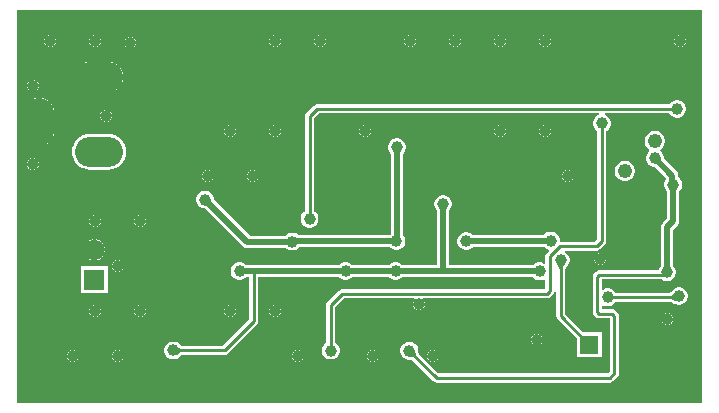
<source format=gbr>
%TF.GenerationSoftware,Altium Limited,Altium Designer,24.9.1 (31)*%
G04 Layer_Physical_Order=2*
G04 Layer_Color=16711680*
%FSLAX45Y45*%
%MOMM*%
%TF.SameCoordinates,1ED834A1-E46C-4F5A-A45D-C8FB9AE456DD*%
%TF.FilePolarity,Positive*%
%TF.FileFunction,Copper,L2,Bot,Signal*%
%TF.Part,Single*%
G01*
G75*
%TA.AperFunction,Conductor*%
%ADD26C,0.25400*%
%ADD27C,0.50800*%
%TA.AperFunction,ComponentPad*%
%ADD30O,4.06400X2.54000*%
%ADD31O,2.54000X4.06400*%
%ADD32R,1.60000X1.60000*%
%ADD33C,1.22200*%
%ADD34R,1.22200X1.22200*%
%ADD35C,1.81500*%
%ADD36R,1.81500X1.81500*%
%TA.AperFunction,ViaPad*%
%ADD37C,1.00000*%
%ADD38C,1.00000*%
G36*
X5836153Y38847D02*
X38847D01*
Y3371153D01*
X5836153D01*
Y38847D01*
D02*
G37*
%LPC*%
G36*
X5664200Y3152779D02*
Y3116620D01*
X5700359D01*
X5693888Y3132243D01*
X5679823Y3146308D01*
X5664200Y3152779D01*
D02*
G37*
G36*
X5638800D02*
X5623177Y3146308D01*
X5609112Y3132243D01*
X5602641Y3116620D01*
X5638800D01*
Y3152779D01*
D02*
G37*
G36*
X4521200D02*
Y3116620D01*
X4557359D01*
X4550888Y3132243D01*
X4536823Y3146308D01*
X4521200Y3152779D01*
D02*
G37*
G36*
X4495800D02*
X4480177Y3146308D01*
X4466112Y3132243D01*
X4459641Y3116620D01*
X4495800D01*
Y3152779D01*
D02*
G37*
G36*
X4140200D02*
Y3116620D01*
X4176359D01*
X4169888Y3132243D01*
X4155823Y3146308D01*
X4140200Y3152779D01*
D02*
G37*
G36*
X4114800D02*
X4099177Y3146308D01*
X4085112Y3132243D01*
X4078641Y3116620D01*
X4114800D01*
Y3152779D01*
D02*
G37*
G36*
X3759200D02*
Y3116620D01*
X3795359D01*
X3788888Y3132243D01*
X3774823Y3146308D01*
X3759200Y3152779D01*
D02*
G37*
G36*
X3733800D02*
X3718177Y3146308D01*
X3704112Y3132243D01*
X3697641Y3116620D01*
X3733800D01*
Y3152779D01*
D02*
G37*
G36*
X3378200D02*
Y3116620D01*
X3414359D01*
X3407888Y3132243D01*
X3393823Y3146308D01*
X3378200Y3152779D01*
D02*
G37*
G36*
X3352800D02*
X3337177Y3146308D01*
X3323112Y3132243D01*
X3316641Y3116620D01*
X3352800D01*
Y3152779D01*
D02*
G37*
G36*
X2616200D02*
Y3116620D01*
X2652359D01*
X2645888Y3132243D01*
X2631823Y3146308D01*
X2616200Y3152779D01*
D02*
G37*
G36*
X2590800D02*
X2575177Y3146308D01*
X2561112Y3132243D01*
X2554641Y3116620D01*
X2590800D01*
Y3152779D01*
D02*
G37*
G36*
X2235200D02*
Y3116620D01*
X2271359D01*
X2264888Y3132243D01*
X2250823Y3146308D01*
X2235200Y3152779D01*
D02*
G37*
G36*
X2209800D02*
X2194177Y3146308D01*
X2180112Y3132243D01*
X2173641Y3116620D01*
X2209800D01*
Y3152779D01*
D02*
G37*
G36*
X711200D02*
Y3116620D01*
X747359D01*
X740888Y3132243D01*
X726823Y3146308D01*
X711200Y3152779D01*
D02*
G37*
G36*
X685800D02*
X670177Y3146308D01*
X656112Y3132243D01*
X649641Y3116620D01*
X685800D01*
Y3152779D01*
D02*
G37*
G36*
X330200D02*
Y3116620D01*
X366359D01*
X359888Y3132243D01*
X345823Y3146308D01*
X330200Y3152779D01*
D02*
G37*
G36*
X304800D02*
X289177Y3146308D01*
X275112Y3132243D01*
X268641Y3116620D01*
X304800D01*
Y3152779D01*
D02*
G37*
G36*
X1009639Y3141100D02*
Y3104941D01*
X1045798D01*
X1039327Y3120564D01*
X1025262Y3134629D01*
X1009639Y3141100D01*
D02*
G37*
G36*
X984239D02*
X968616Y3134629D01*
X954551Y3120564D01*
X948080Y3104941D01*
X984239D01*
Y3141100D01*
D02*
G37*
G36*
X5700359Y3091220D02*
X5664200D01*
Y3055061D01*
X5679823Y3061532D01*
X5693888Y3075597D01*
X5700359Y3091220D01*
D02*
G37*
G36*
X5638800D02*
X5602641D01*
X5609112Y3075597D01*
X5623177Y3061532D01*
X5638800Y3055061D01*
Y3091220D01*
D02*
G37*
G36*
X4557359D02*
X4521200D01*
Y3055061D01*
X4536823Y3061532D01*
X4550888Y3075597D01*
X4557359Y3091220D01*
D02*
G37*
G36*
X4495800D02*
X4459641D01*
X4466112Y3075597D01*
X4480177Y3061532D01*
X4495800Y3055061D01*
Y3091220D01*
D02*
G37*
G36*
X4176359D02*
X4140200D01*
Y3055061D01*
X4155823Y3061532D01*
X4169888Y3075597D01*
X4176359Y3091220D01*
D02*
G37*
G36*
X4114800D02*
X4078641D01*
X4085112Y3075597D01*
X4099177Y3061532D01*
X4114800Y3055061D01*
Y3091220D01*
D02*
G37*
G36*
X3795359D02*
X3759200D01*
Y3055061D01*
X3774823Y3061532D01*
X3788888Y3075597D01*
X3795359Y3091220D01*
D02*
G37*
G36*
X3733800D02*
X3697641D01*
X3704112Y3075597D01*
X3718177Y3061532D01*
X3733800Y3055061D01*
Y3091220D01*
D02*
G37*
G36*
X3414359D02*
X3378200D01*
Y3055061D01*
X3393823Y3061532D01*
X3407888Y3075597D01*
X3414359Y3091220D01*
D02*
G37*
G36*
X3352800D02*
X3316641D01*
X3323112Y3075597D01*
X3337177Y3061532D01*
X3352800Y3055061D01*
Y3091220D01*
D02*
G37*
G36*
X2652359D02*
X2616200D01*
Y3055061D01*
X2631823Y3061532D01*
X2645888Y3075597D01*
X2652359Y3091220D01*
D02*
G37*
G36*
X2590800D02*
X2554641D01*
X2561112Y3075597D01*
X2575177Y3061532D01*
X2590800Y3055061D01*
Y3091220D01*
D02*
G37*
G36*
X2271359D02*
X2235200D01*
Y3055061D01*
X2250823Y3061532D01*
X2264888Y3075597D01*
X2271359Y3091220D01*
D02*
G37*
G36*
X2209800D02*
X2173641D01*
X2180112Y3075597D01*
X2194177Y3061532D01*
X2209800Y3055061D01*
Y3091220D01*
D02*
G37*
G36*
X747359D02*
X711200D01*
Y3055061D01*
X726823Y3061532D01*
X740888Y3075597D01*
X747359Y3091220D01*
D02*
G37*
G36*
X685800D02*
X649641D01*
X656112Y3075597D01*
X670177Y3061532D01*
X685800Y3055061D01*
Y3091220D01*
D02*
G37*
G36*
X366359D02*
X330200D01*
Y3055061D01*
X345823Y3061532D01*
X359888Y3075597D01*
X366359Y3091220D01*
D02*
G37*
G36*
X304800D02*
X268641D01*
X275112Y3075597D01*
X289177Y3061532D01*
X304800Y3055061D01*
Y3091220D01*
D02*
G37*
G36*
X1045798Y3079541D02*
X1009639D01*
Y3043382D01*
X1025262Y3049853D01*
X1039327Y3063918D01*
X1045798Y3079541D01*
D02*
G37*
G36*
X984239D02*
X948080D01*
X954551Y3063918D01*
X968616Y3049853D01*
X984239Y3043382D01*
Y3079541D01*
D02*
G37*
G36*
X810200Y2930596D02*
X746700D01*
Y2815200D01*
X936624D01*
X933931Y2835654D01*
X921134Y2866548D01*
X900777Y2893078D01*
X874248Y2913434D01*
X843354Y2926231D01*
X810200Y2930596D01*
D02*
G37*
G36*
X721300D02*
X657800D01*
X624646Y2926231D01*
X593752Y2913434D01*
X567223Y2893078D01*
X546866Y2866548D01*
X534069Y2835654D01*
X531376Y2815200D01*
X721300D01*
Y2930596D01*
D02*
G37*
G36*
X185000Y2776720D02*
Y2740561D01*
X221159D01*
X214688Y2756184D01*
X200623Y2770249D01*
X185000Y2776720D01*
D02*
G37*
G36*
X159600D02*
X143977Y2770249D01*
X129912Y2756184D01*
X123441Y2740561D01*
X159600D01*
Y2776720D01*
D02*
G37*
G36*
X221159Y2715161D02*
X185000D01*
Y2679002D01*
X200623Y2685473D01*
X214688Y2699538D01*
X221159Y2715161D01*
D02*
G37*
G36*
X159600D02*
X123441D01*
X129912Y2699538D01*
X143977Y2685473D01*
X159600Y2679002D01*
Y2715161D01*
D02*
G37*
G36*
X936624Y2789800D02*
X746700D01*
Y2674404D01*
X810200D01*
X843354Y2678769D01*
X874248Y2691566D01*
X900777Y2711923D01*
X921134Y2738452D01*
X933931Y2769347D01*
X936624Y2789800D01*
D02*
G37*
G36*
X721300D02*
X531376D01*
X534069Y2769347D01*
X546866Y2738452D01*
X567223Y2711923D01*
X593752Y2691566D01*
X624646Y2678769D01*
X657800Y2674404D01*
X721300D01*
Y2789800D01*
D02*
G37*
G36*
X804639Y2521100D02*
Y2484941D01*
X840798D01*
X834327Y2500564D01*
X820262Y2514629D01*
X804639Y2521100D01*
D02*
G37*
G36*
X779239D02*
X763616Y2514629D01*
X749551Y2500564D01*
X743080Y2484941D01*
X779239D01*
Y2521100D01*
D02*
G37*
G36*
X5636547Y2606280D02*
X5616694D01*
X5597517Y2601141D01*
X5580324Y2591215D01*
X5566285Y2577176D01*
X5561984Y2569726D01*
X2575774D01*
X2560908Y2566769D01*
X2548305Y2558348D01*
X2487539Y2497582D01*
X2479118Y2484979D01*
X2476161Y2470113D01*
Y1664629D01*
X2468711Y1660328D01*
X2454673Y1646289D01*
X2444746Y1629096D01*
X2439608Y1609919D01*
Y1590066D01*
X2444746Y1570889D01*
X2454673Y1553696D01*
X2468711Y1539657D01*
X2485904Y1529731D01*
X2505081Y1524593D01*
X2524934D01*
X2544111Y1529731D01*
X2561304Y1539657D01*
X2575343Y1553696D01*
X2585269Y1570889D01*
X2590408Y1590066D01*
Y1609919D01*
X2585269Y1629096D01*
X2575343Y1646289D01*
X2561304Y1660328D01*
X2553854Y1664629D01*
Y2454023D01*
X2591865Y2492033D01*
X4965090D01*
X4966762Y2479333D01*
X4960897Y2477762D01*
X4943703Y2467835D01*
X4929665Y2453796D01*
X4919738Y2436603D01*
X4914600Y2417426D01*
Y2397573D01*
X4919738Y2378397D01*
X4929665Y2361203D01*
X4943703Y2347165D01*
X4951153Y2342863D01*
Y1428590D01*
X4929510Y1406947D01*
X4635193D01*
X4632900Y1408828D01*
Y1424927D01*
X4627762Y1444103D01*
X4617835Y1461297D01*
X4603796Y1475335D01*
X4586603Y1485262D01*
X4567426Y1490400D01*
X4547573D01*
X4528397Y1485262D01*
X4511203Y1475335D01*
X4500585Y1464717D01*
X3894045D01*
X3887584Y1471178D01*
X3870390Y1481104D01*
X3851214Y1486243D01*
X3831360D01*
X3812184Y1481104D01*
X3794990Y1471178D01*
X3780952Y1457139D01*
X3771025Y1439946D01*
X3765887Y1420769D01*
Y1400916D01*
X3771025Y1381739D01*
X3780952Y1364546D01*
X3794990Y1350508D01*
X3812184Y1340581D01*
X3831360Y1335443D01*
X3851214D01*
X3870390Y1340581D01*
X3887584Y1350508D01*
X3898202Y1361126D01*
X4504742D01*
X4511203Y1354665D01*
X4528397Y1344738D01*
X4536706Y1342512D01*
X4540502Y1328347D01*
X4522531Y1310376D01*
X4514111Y1297774D01*
X4511154Y1282908D01*
Y1228293D01*
X4498454Y1220960D01*
X4491003Y1225262D01*
X4471826Y1230400D01*
X4451973D01*
X4432797Y1225262D01*
X4415603Y1215335D01*
X4407063Y1206795D01*
X3696795D01*
Y1670164D01*
X3705335Y1678704D01*
X3715262Y1695897D01*
X3720400Y1715074D01*
Y1734927D01*
X3715262Y1754103D01*
X3705335Y1771297D01*
X3691297Y1785335D01*
X3674103Y1795262D01*
X3654927Y1800400D01*
X3635074D01*
X3615897Y1795262D01*
X3598703Y1785335D01*
X3584665Y1771297D01*
X3574738Y1754103D01*
X3569600Y1734927D01*
Y1715074D01*
X3574738Y1695897D01*
X3584665Y1678704D01*
X3593205Y1670164D01*
Y1208638D01*
X3297994D01*
X3289454Y1217178D01*
X3272261Y1227104D01*
X3253084Y1232243D01*
X3233231D01*
X3214054Y1227104D01*
X3196861Y1217178D01*
X3188321Y1208638D01*
X2874179D01*
X2865639Y1217178D01*
X2848446Y1227104D01*
X2829269Y1232243D01*
X2809416D01*
X2790240Y1227104D01*
X2773046Y1217178D01*
X2764506Y1208638D01*
X1976679D01*
X1968139Y1217178D01*
X1950946Y1227104D01*
X1931769Y1232243D01*
X1911916D01*
X1892739Y1227104D01*
X1875546Y1217178D01*
X1861508Y1203139D01*
X1851581Y1185946D01*
X1846443Y1166769D01*
Y1146916D01*
X1851581Y1127739D01*
X1861508Y1110546D01*
X1875546Y1096508D01*
X1892739Y1086581D01*
X1911916Y1081443D01*
X1931769D01*
X1950946Y1086581D01*
X1968139Y1096508D01*
X1976679Y1105048D01*
X2003654D01*
Y748591D01*
X1778910Y523847D01*
X1435972D01*
X1435258Y523961D01*
X1433487Y524429D01*
X1431467Y525174D01*
X1429175Y526255D01*
X1426615Y527724D01*
X1423802Y529622D01*
X1420760Y531978D01*
X1417513Y534815D01*
X1413642Y538575D01*
X1411667Y539854D01*
X1406186Y545335D01*
X1388993Y555262D01*
X1369816Y560400D01*
X1349963D01*
X1330786Y555262D01*
X1313593Y545335D01*
X1299554Y531297D01*
X1289628Y514103D01*
X1284489Y494927D01*
Y475073D01*
X1289628Y455897D01*
X1299554Y438703D01*
X1313593Y424665D01*
X1330786Y414738D01*
X1349963Y409600D01*
X1369816D01*
X1388993Y414738D01*
X1406186Y424665D01*
X1411667Y430146D01*
X1413642Y431425D01*
X1417513Y435186D01*
X1420758Y438020D01*
X1423802Y440378D01*
X1426616Y442276D01*
X1429176Y443745D01*
X1431468Y444826D01*
X1433487Y445571D01*
X1435259Y446040D01*
X1435972Y446154D01*
X1795000D01*
X1809866Y449111D01*
X1822469Y457531D01*
X2069969Y705031D01*
X2078390Y717634D01*
X2081347Y732500D01*
Y1105048D01*
X2764506D01*
X2773046Y1096508D01*
X2790240Y1086581D01*
X2809416Y1081443D01*
X2829269D01*
X2848446Y1086581D01*
X2865639Y1096508D01*
X2874179Y1105048D01*
X3188321D01*
X3196861Y1096508D01*
X3214054Y1086581D01*
X3233231Y1081443D01*
X3253084D01*
X3272261Y1086581D01*
X3289454Y1096508D01*
X3297994Y1105048D01*
X3637578D01*
X3646843Y1103205D01*
X4407063D01*
X4415603Y1094665D01*
X4432797Y1084738D01*
X4451973Y1079600D01*
X4471826D01*
X4491003Y1084738D01*
X4498454Y1089040D01*
X4511154Y1081707D01*
Y1006091D01*
X4508909Y1003847D01*
X2790000D01*
X2775134Y1000890D01*
X2762531Y992469D01*
X2666519Y896456D01*
X2658098Y883854D01*
X2655141Y868988D01*
Y548624D01*
X2647691Y544323D01*
X2633653Y530284D01*
X2623726Y513091D01*
X2618588Y493914D01*
Y474061D01*
X2623726Y454885D01*
X2633653Y437691D01*
X2647691Y423653D01*
X2664884Y413726D01*
X2684061Y408588D01*
X2703914D01*
X2723091Y413726D01*
X2740284Y423653D01*
X2754323Y437691D01*
X2764249Y454885D01*
X2769388Y474061D01*
Y493914D01*
X2764249Y513091D01*
X2754323Y530284D01*
X2740284Y544323D01*
X2732834Y548624D01*
Y852897D01*
X2806091Y926154D01*
X3400582D01*
X3405843Y913454D01*
X3397612Y905223D01*
X3391141Y889600D01*
X3488859D01*
X3482388Y905223D01*
X3474157Y913454D01*
X3479418Y926154D01*
X4525000D01*
X4539866Y929111D01*
X4552469Y937532D01*
X4577469Y962531D01*
X4585889Y975134D01*
X4588847Y990000D01*
Y1163812D01*
X4601547Y1169829D01*
X4603246Y1168438D01*
Y774764D01*
X4606203Y759898D01*
X4614623Y747295D01*
X4778056Y583862D01*
Y428000D01*
X4988856D01*
Y638800D01*
X4832994D01*
X4680939Y790855D01*
Y1174325D01*
X4681053Y1175039D01*
X4681521Y1176810D01*
X4682266Y1178830D01*
X4683348Y1181122D01*
X4684816Y1183682D01*
X4686714Y1186495D01*
X4689070Y1189536D01*
X4691907Y1192784D01*
X4695667Y1196654D01*
X4696946Y1198629D01*
X4702427Y1204111D01*
X4712354Y1221304D01*
X4717492Y1240481D01*
Y1260334D01*
X4712354Y1279511D01*
X4702427Y1296704D01*
X4688389Y1310743D01*
X4678324Y1316554D01*
X4681727Y1329254D01*
X4945600D01*
X4960466Y1332211D01*
X4973069Y1340632D01*
X5017469Y1385031D01*
X5025889Y1397634D01*
X5028846Y1412500D01*
Y2342863D01*
X5036297Y2347165D01*
X5050335Y2361203D01*
X5060262Y2378397D01*
X5065400Y2397573D01*
Y2417426D01*
X5060262Y2436603D01*
X5050335Y2453796D01*
X5036297Y2467835D01*
X5019103Y2477762D01*
X5013238Y2479333D01*
X5014910Y2492033D01*
X5561984D01*
X5566285Y2484583D01*
X5580324Y2470544D01*
X5597517Y2460618D01*
X5616694Y2455480D01*
X5636547D01*
X5655724Y2460618D01*
X5672917Y2470544D01*
X5686955Y2484583D01*
X5696882Y2501776D01*
X5702020Y2520953D01*
Y2540806D01*
X5696882Y2559983D01*
X5686955Y2577176D01*
X5672917Y2591215D01*
X5655724Y2601141D01*
X5636547Y2606280D01*
D02*
G37*
G36*
X238700Y2624124D02*
Y2434200D01*
X354096D01*
Y2497700D01*
X349731Y2530854D01*
X336934Y2561748D01*
X316577Y2588278D01*
X290048Y2608634D01*
X259154Y2621431D01*
X238700Y2624124D01*
D02*
G37*
G36*
X213300D02*
X192846Y2621431D01*
X161952Y2608634D01*
X135423Y2588278D01*
X115066Y2561748D01*
X102269Y2530854D01*
X97904Y2497700D01*
Y2434200D01*
X213300D01*
Y2624124D01*
D02*
G37*
G36*
X840798Y2459541D02*
X804639D01*
Y2423382D01*
X820262Y2429853D01*
X834327Y2443918D01*
X840798Y2459541D01*
D02*
G37*
G36*
X779239D02*
X743080D01*
X749551Y2443918D01*
X763616Y2429853D01*
X779239Y2423382D01*
Y2459541D01*
D02*
G37*
G36*
X4521200Y2390779D02*
Y2354620D01*
X4557359D01*
X4550888Y2370243D01*
X4536823Y2384308D01*
X4521200Y2390779D01*
D02*
G37*
G36*
X4495800D02*
X4480177Y2384308D01*
X4466112Y2370243D01*
X4459641Y2354620D01*
X4495800D01*
Y2390779D01*
D02*
G37*
G36*
X4140200D02*
Y2354620D01*
X4176359D01*
X4169888Y2370243D01*
X4155823Y2384308D01*
X4140200Y2390779D01*
D02*
G37*
G36*
X4114800D02*
X4099177Y2384308D01*
X4085112Y2370243D01*
X4078641Y2354620D01*
X4114800D01*
Y2390779D01*
D02*
G37*
G36*
X2997200D02*
Y2354620D01*
X3033359D01*
X3026888Y2370243D01*
X3012823Y2384308D01*
X2997200Y2390779D01*
D02*
G37*
G36*
X2971800D02*
X2956177Y2384308D01*
X2942112Y2370243D01*
X2935641Y2354620D01*
X2971800D01*
Y2390779D01*
D02*
G37*
G36*
X2235200D02*
Y2354620D01*
X2271359D01*
X2264888Y2370243D01*
X2250823Y2384308D01*
X2235200Y2390779D01*
D02*
G37*
G36*
X2209800D02*
X2194177Y2384308D01*
X2180112Y2370243D01*
X2173641Y2354620D01*
X2209800D01*
Y2390779D01*
D02*
G37*
G36*
X1854200D02*
Y2354620D01*
X1890359D01*
X1883888Y2370243D01*
X1869823Y2384308D01*
X1854200Y2390779D01*
D02*
G37*
G36*
X1828800D02*
X1813177Y2384308D01*
X1799112Y2370243D01*
X1792641Y2354620D01*
X1828800D01*
Y2390779D01*
D02*
G37*
G36*
X4557359Y2329220D02*
X4521200D01*
Y2293061D01*
X4536823Y2299532D01*
X4550888Y2313597D01*
X4557359Y2329220D01*
D02*
G37*
G36*
X4495800D02*
X4459641D01*
X4466112Y2313597D01*
X4480177Y2299532D01*
X4495800Y2293061D01*
Y2329220D01*
D02*
G37*
G36*
X4176359D02*
X4140200D01*
Y2293061D01*
X4155823Y2299532D01*
X4169888Y2313597D01*
X4176359Y2329220D01*
D02*
G37*
G36*
X4114800D02*
X4078641D01*
X4085112Y2313597D01*
X4099177Y2299532D01*
X4114800Y2293061D01*
Y2329220D01*
D02*
G37*
G36*
X3033359D02*
X2997200D01*
Y2293061D01*
X3012823Y2299532D01*
X3026888Y2313597D01*
X3033359Y2329220D01*
D02*
G37*
G36*
X2971800D02*
X2935641D01*
X2942112Y2313597D01*
X2956177Y2299532D01*
X2971800Y2293061D01*
Y2329220D01*
D02*
G37*
G36*
X2271359D02*
X2235200D01*
Y2293061D01*
X2250823Y2299532D01*
X2264888Y2313597D01*
X2271359Y2329220D01*
D02*
G37*
G36*
X2209800D02*
X2173641D01*
X2180112Y2313597D01*
X2194177Y2299532D01*
X2209800Y2293061D01*
Y2329220D01*
D02*
G37*
G36*
X1890359D02*
X1854200D01*
Y2293061D01*
X1869823Y2299532D01*
X1883888Y2313597D01*
X1890359Y2329220D01*
D02*
G37*
G36*
X1828800D02*
X1792641D01*
X1799112Y2313597D01*
X1813177Y2299532D01*
X1828800Y2293061D01*
Y2329220D01*
D02*
G37*
G36*
X354096Y2408800D02*
X238700D01*
Y2218876D01*
X259154Y2221569D01*
X290048Y2234366D01*
X316577Y2254723D01*
X336934Y2281252D01*
X349731Y2312147D01*
X354096Y2345300D01*
Y2408800D01*
D02*
G37*
G36*
X213300D02*
X97904D01*
Y2345300D01*
X102269Y2312147D01*
X115066Y2281252D01*
X135423Y2254723D01*
X161952Y2234366D01*
X192846Y2221569D01*
X213300Y2218876D01*
Y2408800D01*
D02*
G37*
G36*
X184639Y2111100D02*
Y2074941D01*
X220798D01*
X214327Y2090564D01*
X200262Y2104629D01*
X184639Y2111100D01*
D02*
G37*
G36*
X159239D02*
X143616Y2104629D01*
X129551Y2090564D01*
X123080Y2074941D01*
X159239D01*
Y2111100D01*
D02*
G37*
G36*
X810200Y2320637D02*
X657800D01*
X627924Y2317695D01*
X599197Y2308981D01*
X572721Y2294829D01*
X549516Y2275785D01*
X530471Y2252579D01*
X516320Y2226103D01*
X507605Y2197376D01*
X504663Y2167500D01*
X507605Y2137624D01*
X516320Y2108897D01*
X530471Y2082422D01*
X549516Y2059216D01*
X572721Y2040171D01*
X599197Y2026020D01*
X627924Y2017305D01*
X657800Y2014363D01*
X810200D01*
X840076Y2017305D01*
X868803Y2026020D01*
X895279Y2040171D01*
X918485Y2059216D01*
X937529Y2082422D01*
X951681Y2108897D01*
X960395Y2137624D01*
X963337Y2167500D01*
X960395Y2197376D01*
X951681Y2226103D01*
X937529Y2252579D01*
X918485Y2275785D01*
X895279Y2294829D01*
X868803Y2308981D01*
X840076Y2317695D01*
X810200Y2320637D01*
D02*
G37*
G36*
X220798Y2049541D02*
X184639D01*
Y2013382D01*
X200262Y2019853D01*
X214327Y2033918D01*
X220798Y2049541D01*
D02*
G37*
G36*
X159239D02*
X123080D01*
X129551Y2033918D01*
X143616Y2019853D01*
X159239Y2013382D01*
Y2049541D01*
D02*
G37*
G36*
X4711700Y2009779D02*
Y1973620D01*
X4747859D01*
X4741388Y1989243D01*
X4727323Y2003308D01*
X4711700Y2009779D01*
D02*
G37*
G36*
X4686300D02*
X4670677Y2003308D01*
X4656612Y1989243D01*
X4650141Y1973620D01*
X4686300D01*
Y2009779D01*
D02*
G37*
G36*
X2044700D02*
Y1973620D01*
X2080859D01*
X2074388Y1989243D01*
X2060323Y2003308D01*
X2044700Y2009779D01*
D02*
G37*
G36*
X2019300D02*
X2003677Y2003308D01*
X1989612Y1989243D01*
X1983141Y1973620D01*
X2019300D01*
Y2009779D01*
D02*
G37*
G36*
X1663700D02*
Y1973620D01*
X1699859D01*
X1693388Y1989243D01*
X1679323Y2003308D01*
X1663700Y2009779D01*
D02*
G37*
G36*
X1638300D02*
X1622677Y2003308D01*
X1608612Y1989243D01*
X1602141Y1973620D01*
X1638300D01*
Y2009779D01*
D02*
G37*
G36*
X5195936Y2091464D02*
X5173161D01*
X5151161Y2085569D01*
X5131436Y2074181D01*
X5115331Y2058076D01*
X5103943Y2038352D01*
X5098048Y2016352D01*
Y1993576D01*
X5103943Y1971576D01*
X5115331Y1951852D01*
X5131436Y1935747D01*
X5151161Y1924359D01*
X5173161Y1918464D01*
X5195936D01*
X5217936Y1924359D01*
X5237661Y1935747D01*
X5253766Y1951852D01*
X5265154Y1971576D01*
X5271048Y1993576D01*
Y2016352D01*
X5265154Y2038352D01*
X5253766Y2058076D01*
X5237661Y2074181D01*
X5217936Y2085569D01*
X5195936Y2091464D01*
D02*
G37*
G36*
X4747859Y1948220D02*
X4711700D01*
Y1912061D01*
X4727323Y1918532D01*
X4741388Y1932597D01*
X4747859Y1948220D01*
D02*
G37*
G36*
X4686300D02*
X4650141D01*
X4656612Y1932597D01*
X4670677Y1918532D01*
X4686300Y1912061D01*
Y1948220D01*
D02*
G37*
G36*
X2080859D02*
X2044700D01*
Y1912061D01*
X2060323Y1918532D01*
X2074388Y1932597D01*
X2080859Y1948220D01*
D02*
G37*
G36*
X2019300D02*
X1983141D01*
X1989612Y1932597D01*
X2003677Y1918532D01*
X2019300Y1912061D01*
Y1948220D01*
D02*
G37*
G36*
X1699859D02*
X1663700D01*
Y1912061D01*
X1679323Y1918532D01*
X1693388Y1932597D01*
X1699859Y1948220D01*
D02*
G37*
G36*
X1638300D02*
X1602141D01*
X1608612Y1932597D01*
X1622677Y1918532D01*
X1638300Y1912061D01*
Y1948220D01*
D02*
G37*
G36*
X5499648Y1812064D02*
X5451248D01*
Y1763664D01*
X5499648D01*
Y1812064D01*
D02*
G37*
G36*
X5425848D02*
X5377448D01*
Y1763664D01*
X5425848D01*
Y1812064D01*
D02*
G37*
G36*
X5499648Y1738264D02*
X5451248D01*
Y1689864D01*
X5499648D01*
Y1738264D01*
D02*
G37*
G36*
X5425848D02*
X5377448D01*
Y1689864D01*
X5425848D01*
Y1738264D01*
D02*
G37*
G36*
X1092200Y1628779D02*
Y1592620D01*
X1128359D01*
X1121888Y1608243D01*
X1107823Y1622308D01*
X1092200Y1628779D01*
D02*
G37*
G36*
X1066800D02*
X1051177Y1622308D01*
X1037112Y1608243D01*
X1030641Y1592620D01*
X1066800D01*
Y1628779D01*
D02*
G37*
G36*
X711200D02*
Y1592620D01*
X747359D01*
X740888Y1608243D01*
X726823Y1622308D01*
X711200Y1628779D01*
D02*
G37*
G36*
X685800D02*
X670177Y1622308D01*
X656112Y1608243D01*
X649641Y1592620D01*
X685800D01*
Y1628779D01*
D02*
G37*
G36*
X1128359Y1567220D02*
X1092200D01*
Y1531061D01*
X1107823Y1537532D01*
X1121888Y1551597D01*
X1128359Y1567220D01*
D02*
G37*
G36*
X1066800D02*
X1030641D01*
X1037112Y1551597D01*
X1051177Y1537532D01*
X1066800Y1531061D01*
Y1567220D01*
D02*
G37*
G36*
X747359D02*
X711200D01*
Y1531061D01*
X726823Y1537532D01*
X740888Y1551597D01*
X747359Y1567220D01*
D02*
G37*
G36*
X685800D02*
X649641D01*
X656112Y1551597D01*
X670177Y1537532D01*
X685800Y1531061D01*
Y1567220D01*
D02*
G37*
G36*
X3263493Y2281833D02*
X3243640D01*
X3224463Y2276695D01*
X3207270Y2266768D01*
X3193232Y2252730D01*
X3183305Y2235537D01*
X3178167Y2216360D01*
Y2196507D01*
X3183305Y2177330D01*
X3193232Y2160137D01*
X3201772Y2151597D01*
Y1468403D01*
X3196006Y1462638D01*
X2421494D01*
X2416297Y1467835D01*
X2399103Y1477762D01*
X2379927Y1482900D01*
X2360074D01*
X2340897Y1477762D01*
X2323704Y1467835D01*
X2311961Y1456093D01*
X2009657D01*
X1710607Y1755143D01*
X1709620Y1756356D01*
X1707931Y1758672D01*
X1706703Y1760594D01*
X1705908Y1762062D01*
X1705499Y1762999D01*
X1705438Y1763190D01*
X1705382Y1764077D01*
X1704937Y1765758D01*
Y1772889D01*
X1699799Y1792066D01*
X1689873Y1809259D01*
X1675834Y1823298D01*
X1658641Y1833224D01*
X1639464Y1838362D01*
X1619611D01*
X1600434Y1833224D01*
X1583241Y1823298D01*
X1569202Y1809259D01*
X1559276Y1792066D01*
X1554138Y1772889D01*
Y1753036D01*
X1559276Y1733859D01*
X1569202Y1716666D01*
X1583241Y1702627D01*
X1600434Y1692701D01*
X1619611Y1687563D01*
X1626742D01*
X1628422Y1687118D01*
X1629310Y1687062D01*
X1629501Y1687001D01*
X1630438Y1686592D01*
X1631905Y1685797D01*
X1633828Y1684569D01*
X1635897Y1683060D01*
X1637895Y1681355D01*
X1951578Y1367673D01*
X1968381Y1356445D01*
X1988202Y1352503D01*
X2318366D01*
X2323704Y1347165D01*
X2340897Y1337238D01*
X2360074Y1332100D01*
X2379927D01*
X2399103Y1337238D01*
X2416297Y1347165D01*
X2428179Y1359048D01*
X3196006D01*
X3204546Y1350508D01*
X3221739Y1340581D01*
X3240916Y1335443D01*
X3260769D01*
X3279946Y1340581D01*
X3297139Y1350508D01*
X3311178Y1364546D01*
X3321104Y1381739D01*
X3326243Y1400916D01*
Y1420769D01*
X3321104Y1439946D01*
X3311178Y1457139D01*
X3305362Y1462955D01*
Y2151597D01*
X3313902Y2160137D01*
X3323829Y2177330D01*
X3328967Y2196507D01*
Y2216360D01*
X3323829Y2235537D01*
X3313902Y2252730D01*
X3299863Y2266768D01*
X3282670Y2276695D01*
X3263493Y2281833D01*
D02*
G37*
G36*
X705540Y1428741D02*
Y1350893D01*
X783388D01*
X777406Y1373221D01*
X765458Y1393914D01*
X748562Y1410811D01*
X727868Y1422758D01*
X705540Y1428741D01*
D02*
G37*
G36*
X680140D02*
X657812Y1422758D01*
X637118Y1410811D01*
X620222Y1393914D01*
X608275Y1373221D01*
X602292Y1350893D01*
X680140D01*
Y1428741D01*
D02*
G37*
G36*
X4987700Y1308859D02*
Y1272700D01*
X5023859D01*
X5017388Y1288323D01*
X5003323Y1302388D01*
X4987700Y1308859D01*
D02*
G37*
G36*
X4962300D02*
X4946677Y1302388D01*
X4932612Y1288323D01*
X4926141Y1272700D01*
X4962300D01*
Y1308859D01*
D02*
G37*
G36*
X783388Y1325493D02*
X705540D01*
Y1247644D01*
X727868Y1253627D01*
X748562Y1265575D01*
X765458Y1282471D01*
X777406Y1303165D01*
X783388Y1325493D01*
D02*
G37*
G36*
X680140D02*
X602292D01*
X608275Y1303165D01*
X620222Y1282471D01*
X637118Y1265575D01*
X657812Y1253627D01*
X680140Y1247644D01*
Y1325493D01*
D02*
G37*
G36*
X901700Y1247779D02*
Y1211620D01*
X937859D01*
X931388Y1227243D01*
X917323Y1241308D01*
X901700Y1247779D01*
D02*
G37*
G36*
X876300D02*
X860677Y1241308D01*
X846612Y1227243D01*
X840141Y1211620D01*
X876300D01*
Y1247779D01*
D02*
G37*
G36*
X5023859Y1247300D02*
X4987700D01*
Y1211141D01*
X5003323Y1217612D01*
X5017388Y1231677D01*
X5023859Y1247300D01*
D02*
G37*
G36*
X4962300D02*
X4926141D01*
X4932612Y1231677D01*
X4946677Y1217612D01*
X4962300Y1211141D01*
Y1247300D01*
D02*
G37*
G36*
X937859Y1186220D02*
X901700D01*
Y1150061D01*
X917323Y1156532D01*
X931388Y1170597D01*
X937859Y1186220D01*
D02*
G37*
G36*
X876300D02*
X840141D01*
X846612Y1170597D01*
X860677Y1156532D01*
X876300Y1150061D01*
Y1186220D01*
D02*
G37*
G36*
X5449936Y2345464D02*
X5427161D01*
X5405161Y2339569D01*
X5385436Y2328181D01*
X5369331Y2312076D01*
X5357943Y2292352D01*
X5352048Y2270352D01*
Y2247576D01*
X5357943Y2225576D01*
X5369331Y2205852D01*
X5385436Y2189747D01*
X5391607Y2186184D01*
X5390517Y2172149D01*
X5377987Y2159619D01*
X5368060Y2142425D01*
X5362922Y2123249D01*
Y2103396D01*
X5368060Y2084219D01*
X5377987Y2067026D01*
X5392026Y2052987D01*
X5409219Y2043060D01*
X5428396Y2037922D01*
X5440472D01*
X5533791Y1944604D01*
Y1934783D01*
X5524738Y1919103D01*
X5519600Y1899927D01*
Y1880073D01*
X5524738Y1860897D01*
X5534665Y1843703D01*
X5543205Y1835163D01*
Y1606454D01*
X5503375Y1566625D01*
X5492148Y1549821D01*
X5488205Y1530000D01*
Y1202337D01*
X5479665Y1193797D01*
X5469738Y1176603D01*
X5466320Y1163847D01*
X4965000D01*
X4950134Y1160889D01*
X4937532Y1152469D01*
X4922531Y1137468D01*
X4914111Y1124866D01*
X4911153Y1110000D01*
Y812379D01*
X4914111Y797513D01*
X4922531Y784911D01*
X4937410Y770031D01*
X4950013Y761611D01*
X4964879Y758654D01*
X5056153D01*
Y308590D01*
X5038910Y291347D01*
X5030121D01*
X5030120Y291346D01*
X3606091D01*
X3441267Y456170D01*
X3440842Y456756D01*
X3439923Y458338D01*
X3439019Y460297D01*
X3438165Y462678D01*
X3437393Y465526D01*
X3436745Y468860D01*
X3436261Y472674D01*
X3435970Y476980D01*
X3435892Y482373D01*
X3435400Y484675D01*
Y492426D01*
X3430262Y511603D01*
X3420335Y528797D01*
X3406296Y542835D01*
X3389103Y552762D01*
X3369926Y557900D01*
X3350073D01*
X3330897Y552762D01*
X3313703Y542835D01*
X3299665Y528797D01*
X3289738Y511603D01*
X3284600Y492426D01*
Y472573D01*
X3289738Y453397D01*
X3299665Y436203D01*
X3313703Y422165D01*
X3330897Y412238D01*
X3350073Y407100D01*
X3357825D01*
X3360127Y406608D01*
X3365520Y406530D01*
X3369822Y406239D01*
X3373640Y405754D01*
X3376973Y405107D01*
X3379824Y404334D01*
X3382203Y403481D01*
X3384161Y402577D01*
X3385744Y401657D01*
X3386330Y401233D01*
X3562531Y225031D01*
X3575134Y216610D01*
X3590000Y213653D01*
X5030121D01*
X5030122Y213654D01*
X5055000D01*
X5069866Y216611D01*
X5082469Y225032D01*
X5122469Y265031D01*
X5130889Y277634D01*
X5133846Y292500D01*
Y777500D01*
X5130889Y792366D01*
X5122469Y804969D01*
X5102469Y824969D01*
X5089866Y833389D01*
X5075000Y836347D01*
X4988847D01*
Y861707D01*
X5001547Y869040D01*
X5008997Y864738D01*
X5028174Y859600D01*
X5048027D01*
X5067203Y864738D01*
X5084397Y874665D01*
X5098435Y888703D01*
X5102737Y896153D01*
X5570450D01*
X5571232Y896044D01*
X5573522Y895535D01*
X5575880Y894831D01*
X5583159Y891901D01*
X5586445Y890276D01*
X5595498Y885049D01*
X5600368Y881873D01*
X5602566Y880991D01*
X5613397Y874738D01*
X5632573Y869600D01*
X5652427D01*
X5671603Y874738D01*
X5688797Y884665D01*
X5702835Y898703D01*
X5712762Y915897D01*
X5717900Y935073D01*
Y954926D01*
X5712762Y974103D01*
X5702835Y991296D01*
X5688797Y1005335D01*
X5671603Y1015262D01*
X5652427Y1020400D01*
X5632573D01*
X5613397Y1015262D01*
X5596203Y1005335D01*
X5582165Y991296D01*
X5580139Y987787D01*
X5579241Y986921D01*
X5576546Y983039D01*
X5574430Y980415D01*
X5572462Y978340D01*
X5570678Y976767D01*
X5569094Y975625D01*
X5567700Y974830D01*
X5566448Y974292D01*
X5565252Y973936D01*
X5564735Y973846D01*
X5102737D01*
X5098435Y981296D01*
X5084397Y995335D01*
X5067203Y1005262D01*
X5048027Y1010400D01*
X5028174D01*
X5008997Y1005262D01*
X5001547Y1000960D01*
X4988847Y1008293D01*
Y1086154D01*
X5495455D01*
X5510897Y1077238D01*
X5530074Y1072100D01*
X5549927D01*
X5569103Y1077238D01*
X5586297Y1087165D01*
X5600335Y1101204D01*
X5610262Y1118397D01*
X5615400Y1137574D01*
Y1157427D01*
X5610262Y1176603D01*
X5600335Y1193797D01*
X5591795Y1202337D01*
Y1508546D01*
X5631625Y1548375D01*
X5642853Y1565179D01*
X5646795Y1585000D01*
Y1835163D01*
X5655335Y1843703D01*
X5665262Y1860897D01*
X5670400Y1880073D01*
Y1899927D01*
X5665262Y1919103D01*
X5655335Y1936297D01*
X5641297Y1950335D01*
X5637381Y1952596D01*
Y1966058D01*
X5633439Y1985880D01*
X5622211Y2002683D01*
X5513722Y2111172D01*
Y2123249D01*
X5508584Y2142425D01*
X5498657Y2159619D01*
X5486293Y2171983D01*
X5485301Y2186075D01*
X5491661Y2189747D01*
X5507766Y2205852D01*
X5519154Y2225576D01*
X5525048Y2247576D01*
Y2270352D01*
X5519154Y2292352D01*
X5507766Y2312076D01*
X5491661Y2328181D01*
X5471936Y2339569D01*
X5449936Y2345464D01*
D02*
G37*
G36*
X808990Y1200343D02*
X576690D01*
Y968043D01*
X808990D01*
Y1200343D01*
D02*
G37*
G36*
X2235200Y866779D02*
Y830620D01*
X2271359D01*
X2264888Y846243D01*
X2250823Y860308D01*
X2235200Y866779D01*
D02*
G37*
G36*
X2209800D02*
X2194177Y860308D01*
X2180112Y846243D01*
X2173641Y830620D01*
X2209800D01*
Y866779D01*
D02*
G37*
G36*
X1854200D02*
Y830620D01*
X1890359D01*
X1883888Y846243D01*
X1869823Y860308D01*
X1854200Y866779D01*
D02*
G37*
G36*
X1828800D02*
X1813177Y860308D01*
X1799112Y846243D01*
X1792641Y830620D01*
X1828800D01*
Y866779D01*
D02*
G37*
G36*
X1092200D02*
Y830620D01*
X1128359D01*
X1121888Y846243D01*
X1107823Y860308D01*
X1092200Y866779D01*
D02*
G37*
G36*
X1066800D02*
X1051177Y860308D01*
X1037112Y846243D01*
X1030641Y830620D01*
X1066800D01*
Y866779D01*
D02*
G37*
G36*
X711200D02*
Y830620D01*
X747359D01*
X740888Y846243D01*
X726823Y860308D01*
X711200Y866779D01*
D02*
G37*
G36*
X685800D02*
X670177Y860308D01*
X656112Y846243D01*
X649641Y830620D01*
X685800D01*
Y866779D01*
D02*
G37*
G36*
X3488859Y864200D02*
X3452700D01*
Y828041D01*
X3468323Y834512D01*
X3482388Y848577D01*
X3488859Y864200D01*
D02*
G37*
G36*
X3427300D02*
X3391141D01*
X3397612Y848577D01*
X3411677Y834512D01*
X3427300Y828041D01*
Y864200D01*
D02*
G37*
G36*
X2271359Y805220D02*
X2235200D01*
Y769061D01*
X2250823Y775532D01*
X2264888Y789597D01*
X2271359Y805220D01*
D02*
G37*
G36*
X2209800D02*
X2173641D01*
X2180112Y789597D01*
X2194177Y775532D01*
X2209800Y769061D01*
Y805220D01*
D02*
G37*
G36*
X1890359D02*
X1854200D01*
Y769061D01*
X1869823Y775532D01*
X1883888Y789597D01*
X1890359Y805220D01*
D02*
G37*
G36*
X1828800D02*
X1792641D01*
X1799112Y789597D01*
X1813177Y775532D01*
X1828800Y769061D01*
Y805220D01*
D02*
G37*
G36*
X1128359D02*
X1092200D01*
Y769061D01*
X1107823Y775532D01*
X1121888Y789597D01*
X1128359Y805220D01*
D02*
G37*
G36*
X1066800D02*
X1030641D01*
X1037112Y789597D01*
X1051177Y775532D01*
X1066800Y769061D01*
Y805220D01*
D02*
G37*
G36*
X747359D02*
X711200D01*
Y769061D01*
X726823Y775532D01*
X740888Y789597D01*
X747359Y805220D01*
D02*
G37*
G36*
X685800D02*
X649641D01*
X656112Y789597D01*
X670177Y775532D01*
X685800Y769061D01*
Y805220D01*
D02*
G37*
G36*
X5557139Y798600D02*
Y762441D01*
X5593298D01*
X5586827Y778064D01*
X5572762Y792129D01*
X5557139Y798600D01*
D02*
G37*
G36*
X5531739D02*
X5516116Y792129D01*
X5502051Y778064D01*
X5495580Y762441D01*
X5531739D01*
Y798600D01*
D02*
G37*
G36*
X5593298Y737041D02*
X5557139D01*
Y700882D01*
X5572762Y707353D01*
X5586827Y721418D01*
X5593298Y737041D01*
D02*
G37*
G36*
X5531739D02*
X5495580D01*
X5502051Y721418D01*
X5516116Y707353D01*
X5531739Y700882D01*
Y737041D01*
D02*
G37*
G36*
X4449639Y626100D02*
Y589941D01*
X4485798D01*
X4479327Y605564D01*
X4465262Y619629D01*
X4449639Y626100D01*
D02*
G37*
G36*
X4424239D02*
X4408616Y619629D01*
X4394551Y605564D01*
X4388080Y589941D01*
X4424239D01*
Y626100D01*
D02*
G37*
G36*
X4485798Y564541D02*
X4449639D01*
Y528382D01*
X4465262Y534853D01*
X4479327Y548918D01*
X4485798Y564541D01*
D02*
G37*
G36*
X4424239D02*
X4388080D01*
X4394551Y548918D01*
X4408616Y534853D01*
X4424239Y528382D01*
Y564541D01*
D02*
G37*
G36*
X3062139Y486100D02*
Y449941D01*
X3098298D01*
X3091827Y465564D01*
X3077762Y479629D01*
X3062139Y486100D01*
D02*
G37*
G36*
X3036739D02*
X3021116Y479629D01*
X3007051Y465564D01*
X3000580Y449941D01*
X3036739D01*
Y486100D01*
D02*
G37*
G36*
X3568700Y485779D02*
Y449620D01*
X3604859D01*
X3598388Y465243D01*
X3584323Y479308D01*
X3568700Y485779D01*
D02*
G37*
G36*
X3543300D02*
X3527677Y479308D01*
X3513612Y465243D01*
X3507141Y449620D01*
X3543300D01*
Y485779D01*
D02*
G37*
G36*
X2425700D02*
Y449620D01*
X2461859D01*
X2455388Y465243D01*
X2441323Y479308D01*
X2425700Y485779D01*
D02*
G37*
G36*
X2400300D02*
X2384677Y479308D01*
X2370612Y465243D01*
X2364141Y449620D01*
X2400300D01*
Y485779D01*
D02*
G37*
G36*
X901700D02*
Y449620D01*
X937859D01*
X931388Y465243D01*
X917323Y479308D01*
X901700Y485779D01*
D02*
G37*
G36*
X876300D02*
X860677Y479308D01*
X846612Y465243D01*
X840141Y449620D01*
X876300D01*
Y485779D01*
D02*
G37*
G36*
X520700D02*
Y449620D01*
X556859D01*
X550388Y465243D01*
X536323Y479308D01*
X520700Y485779D01*
D02*
G37*
G36*
X495300D02*
X479677Y479308D01*
X465612Y465243D01*
X459141Y449620D01*
X495300D01*
Y485779D01*
D02*
G37*
G36*
X3098298Y424541D02*
X3062139D01*
Y388382D01*
X3077762Y394853D01*
X3091827Y408918D01*
X3098298Y424541D01*
D02*
G37*
G36*
X3036739D02*
X3000580D01*
X3007051Y408918D01*
X3021116Y394853D01*
X3036739Y388382D01*
Y424541D01*
D02*
G37*
G36*
X3604859Y424220D02*
X3568700D01*
Y388061D01*
X3584323Y394532D01*
X3598388Y408597D01*
X3604859Y424220D01*
D02*
G37*
G36*
X3543300D02*
X3507141D01*
X3513612Y408597D01*
X3527677Y394532D01*
X3543300Y388061D01*
Y424220D01*
D02*
G37*
G36*
X2461859D02*
X2425700D01*
Y388061D01*
X2441323Y394532D01*
X2455388Y408597D01*
X2461859Y424220D01*
D02*
G37*
G36*
X2400300D02*
X2364141D01*
X2370612Y408597D01*
X2384677Y394532D01*
X2400300Y388061D01*
Y424220D01*
D02*
G37*
G36*
X937859D02*
X901700D01*
Y388061D01*
X917323Y394532D01*
X931388Y408597D01*
X937859Y424220D01*
D02*
G37*
G36*
X876300D02*
X840141D01*
X846612Y408597D01*
X860677Y394532D01*
X876300Y388061D01*
Y424220D01*
D02*
G37*
G36*
X556859D02*
X520700D01*
Y388061D01*
X536323Y394532D01*
X550388Y408597D01*
X556859Y424220D01*
D02*
G37*
G36*
X495300D02*
X459141D01*
X465612Y408597D01*
X479677Y394532D01*
X495300Y388061D01*
Y424220D01*
D02*
G37*
%LPD*%
G36*
X5608481Y2513100D02*
X5607394Y2514065D01*
X5606124Y2514928D01*
X5604671Y2515690D01*
X5603035Y2516351D01*
X5601217Y2516910D01*
X5599216Y2517367D01*
X5597032Y2517722D01*
X5594665Y2517976D01*
X5589383Y2518180D01*
Y2543580D01*
X5592116Y2543630D01*
X5597032Y2544037D01*
X5599216Y2544392D01*
X5601217Y2544850D01*
X5603035Y2545408D01*
X5604671Y2546069D01*
X5606124Y2546831D01*
X5607394Y2547694D01*
X5608481Y2548660D01*
Y2513100D01*
D02*
G37*
G36*
X2527758Y1634497D02*
X2528165Y1629581D01*
X2528520Y1627397D01*
X2528978Y1625396D01*
X2529536Y1623577D01*
X2530197Y1621942D01*
X2530959Y1620489D01*
X2531822Y1619219D01*
X2532788Y1618132D01*
X2497228D01*
X2498193Y1619219D01*
X2499056Y1620489D01*
X2499818Y1621942D01*
X2500479Y1623577D01*
X2501038Y1625396D01*
X2501495Y1627397D01*
X2501850Y1629581D01*
X2502104Y1631948D01*
X2502308Y1637230D01*
X2527708D01*
X2527758Y1634497D01*
D02*
G37*
G36*
X4672855Y1210339D02*
X4669064Y1205999D01*
X4665719Y1201681D01*
X4662820Y1197384D01*
X4660367Y1193108D01*
X4658360Y1188853D01*
X4656799Y1184620D01*
X4655684Y1180408D01*
X4655015Y1176217D01*
X4654792Y1172047D01*
X4629392D01*
X4629169Y1176217D01*
X4628500Y1180408D01*
X4627385Y1184620D01*
X4625824Y1188853D01*
X4623817Y1193108D01*
X4621364Y1197384D01*
X4618465Y1201681D01*
X4615120Y1205999D01*
X4611329Y1210339D01*
X4607092Y1214700D01*
X4677092D01*
X4672855Y1210339D01*
D02*
G37*
G36*
X1399958Y515763D02*
X1404297Y511972D01*
X1408616Y508627D01*
X1412913Y505728D01*
X1417189Y503275D01*
X1421444Y501268D01*
X1425677Y499707D01*
X1429889Y498592D01*
X1434080Y497923D01*
X1438250Y497700D01*
Y472300D01*
X1434080Y472077D01*
X1429889Y471408D01*
X1425677Y470293D01*
X1421444Y468732D01*
X1417189Y466725D01*
X1412913Y464272D01*
X1408616Y461373D01*
X1404297Y458028D01*
X1399958Y454237D01*
X1395596Y450000D01*
Y520000D01*
X1399958Y515763D01*
D02*
G37*
G36*
X1679707Y1759711D02*
X1680277Y1756833D01*
X1681245Y1753828D01*
X1682611Y1750697D01*
X1684375Y1747440D01*
X1686537Y1744056D01*
X1689097Y1740546D01*
X1692055Y1736909D01*
X1699165Y1729256D01*
X1663244Y1693335D01*
X1659354Y1697089D01*
X1651954Y1703403D01*
X1648444Y1705963D01*
X1645060Y1708125D01*
X1641803Y1709889D01*
X1638672Y1711255D01*
X1635667Y1712223D01*
X1632789Y1712793D01*
X1630038Y1712965D01*
X1679535Y1762462D01*
X1679707Y1759711D01*
D02*
G37*
G36*
X5614514Y903566D02*
X5609056Y907125D01*
X5598674Y913120D01*
X5593750Y915555D01*
X5584437Y919302D01*
X5580048Y920614D01*
X5575837Y921551D01*
X5571804Y922112D01*
X5567950Y922300D01*
X5562573Y947700D01*
X5566936Y947945D01*
X5571172Y948678D01*
X5575282Y949901D01*
X5579265Y951612D01*
X5583123Y953813D01*
X5586854Y956503D01*
X5590458Y959681D01*
X5593937Y963349D01*
X5597289Y967506D01*
X5600514Y972151D01*
X5614514Y903566D01*
D02*
G37*
G36*
X3410085Y475920D02*
X3410473Y470171D01*
X3411162Y464752D01*
X3412150Y459664D01*
X3413439Y454905D01*
X3415028Y450478D01*
X3416918Y446380D01*
X3419108Y442614D01*
X3421598Y439177D01*
X3424389Y436071D01*
X3406429Y418111D01*
X3403323Y420901D01*
X3399886Y423392D01*
X3396119Y425582D01*
X3392022Y427471D01*
X3387594Y429061D01*
X3382836Y430350D01*
X3377748Y431338D01*
X3372329Y432027D01*
X3366580Y432415D01*
X3360500Y432502D01*
X3409997Y482000D01*
X3410085Y475920D01*
D02*
G37*
D26*
X5038100Y935000D02*
X5632500D01*
X5642500Y945000D01*
X5519813Y1147500D02*
X5540000D01*
X5497313Y1125000D02*
X5519813Y1147500D01*
X4950000Y1110000D02*
X4965000Y1125000D01*
X5497313D01*
X5095000Y292500D02*
Y777500D01*
X5055000Y252500D02*
X5095000Y292500D01*
X5075000Y797500D02*
X5095000Y777500D01*
X4950000Y812379D02*
Y1110000D01*
Y812379D02*
X4964879Y797500D01*
X5075000D01*
X4945600Y1368100D02*
X4990000Y1412500D01*
X4635192Y1368100D02*
X4945600D01*
X4990000Y1412500D02*
Y2407500D01*
X2693988Y868988D02*
X2790000Y965000D01*
X2693988Y483988D02*
Y868988D01*
X2790000Y965000D02*
X4525000D01*
X4642092Y774764D02*
X4883456Y533400D01*
X4642092Y774764D02*
Y1250407D01*
X4550000Y1282908D02*
X4635192Y1368100D01*
X4525000Y965000D02*
X4550000Y990000D01*
Y1282908D01*
X1795000Y485000D02*
X2042500Y732500D01*
X1359889Y485000D02*
X1795000D01*
X2042500Y732500D02*
Y1156843D01*
X2515008Y1599992D02*
Y2470113D01*
X2575774Y2530880D01*
X5626620D01*
X3360000Y482500D02*
X3590000Y252500D01*
X5030121D01*
X5030121Y252500D02*
X5055000D01*
X5030121Y252500D02*
X5030121Y252500D01*
D27*
X3841287Y1410843D02*
X3843366Y1412921D01*
X4555421D02*
X4557500Y1415000D01*
X3843366Y1412921D02*
X4555421D01*
X3646843Y1155000D02*
X4461900D01*
X5438322Y2113322D02*
X5585586Y1966058D01*
Y1899414D02*
X5595000Y1890000D01*
X5585586Y1899414D02*
Y1966058D01*
X2366798Y1404298D02*
X2373343Y1410843D01*
X1988202Y1404298D02*
X2366798D01*
X2373343Y1410843D02*
X3250843D01*
X1629538Y1762962D02*
X1988202Y1404298D01*
X2042500Y1156843D02*
X2819343D01*
X3243157D01*
X5540000Y1147500D02*
Y1530000D01*
X5595000Y1585000D01*
X3645000Y1156843D02*
X3646843Y1155000D01*
X3243157Y1156843D02*
X3645000D01*
Y1725000D01*
X5595000Y1585000D02*
Y1890000D01*
X1921843Y1156843D02*
X2042500D01*
X3253567Y1413567D02*
Y2206433D01*
X3250843Y1410843D02*
X3253567Y1413567D01*
D30*
X734000Y2167500D02*
D03*
Y2802500D02*
D03*
D31*
X226000Y2421500D02*
D03*
D32*
X4883456Y533400D02*
D03*
D33*
X5438548Y2258964D02*
D03*
X5184548Y2004964D02*
D03*
D34*
X5438548Y1750964D02*
D03*
D35*
X692840Y1338193D02*
D03*
D36*
Y1084193D02*
D03*
D37*
X996939Y3092241D02*
D03*
X791939Y2472241D02*
D03*
X5544439Y749741D02*
D03*
X4436939Y577241D02*
D03*
X171939Y2062241D02*
D03*
X3049439Y437241D02*
D03*
X317500Y3103920D02*
D03*
X172300Y2727861D02*
D03*
X3440000Y876900D02*
D03*
X4975000Y1260000D02*
D03*
X5651500Y3103920D02*
D03*
X4699000Y1960920D02*
D03*
X4508500Y3103920D02*
D03*
Y2341920D02*
D03*
X4127500Y3103920D02*
D03*
Y2341920D02*
D03*
X3746500Y3103920D02*
D03*
X3556000Y436920D02*
D03*
X3365500Y3103920D02*
D03*
X2984500Y2341920D02*
D03*
X2603500Y3103920D02*
D03*
X2413000Y436920D02*
D03*
X2222500Y3103920D02*
D03*
Y2341920D02*
D03*
X2032000Y1960920D02*
D03*
X2222500Y817920D02*
D03*
X1841500Y2341920D02*
D03*
X1651000Y1960920D02*
D03*
X1841500Y817920D02*
D03*
X1079500Y1579920D02*
D03*
X889000Y1198920D02*
D03*
X1079500Y817920D02*
D03*
X889000Y436920D02*
D03*
X698500Y3103920D02*
D03*
Y1579920D02*
D03*
Y817920D02*
D03*
X508000Y436920D02*
D03*
D38*
X5642500Y945000D02*
D03*
X5038100Y935000D02*
D03*
X4642092Y1250407D02*
D03*
X4557500Y1415000D02*
D03*
X4461900Y1155000D02*
D03*
X3841287Y1410843D02*
D03*
X5438322Y2113322D02*
D03*
X2370000Y1407500D02*
D03*
X2819343Y1156843D02*
D03*
X5540000Y1147500D02*
D03*
X1359889Y485000D02*
D03*
X3645000Y1725000D02*
D03*
X3250843Y1410843D02*
D03*
X2515008Y1599992D02*
D03*
X4990000Y2407500D02*
D03*
X3360000Y482500D02*
D03*
X2693988Y483988D02*
D03*
X3243157Y1156843D02*
D03*
X5626620Y2530880D02*
D03*
X5595000Y1890000D02*
D03*
X1921843Y1156843D02*
D03*
X3253567Y2206433D02*
D03*
X1629538Y1762962D02*
D03*
%TF.MD5,cf69b47841e9b0c0ece3ce66a73cb5c1*%
M02*

</source>
